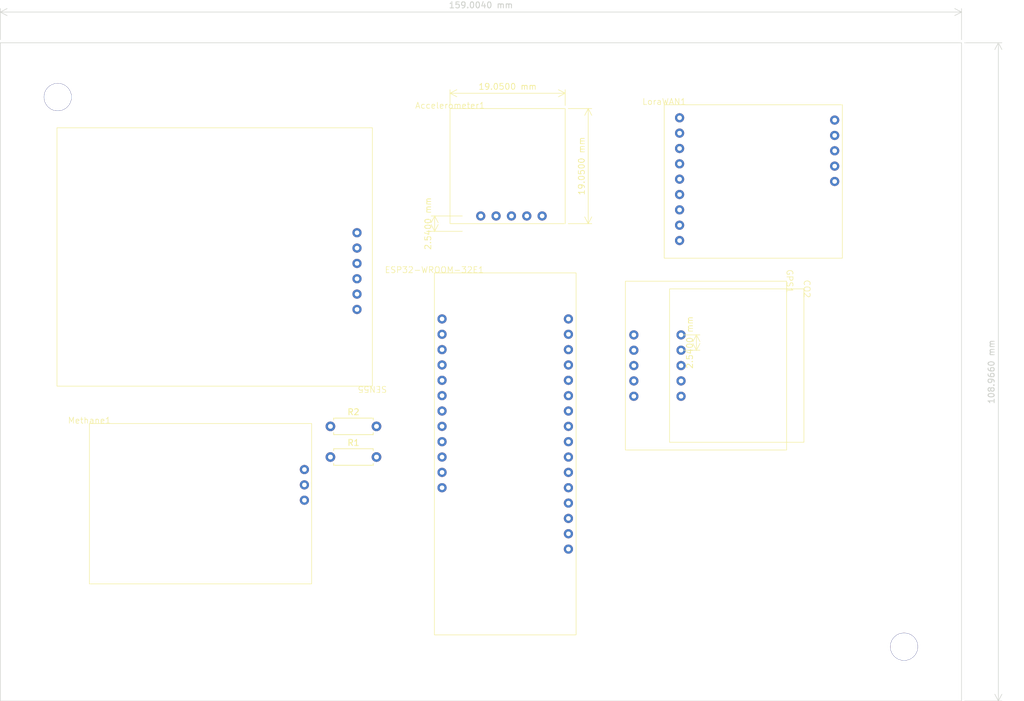
<source format=kicad_pcb>
(kicad_pcb (version 20221018) (generator pcbnew)
  (layers (0 "F.Cu" signal) (31 "B.Cu" signal) (34 "B.Paste" user) (35 "F.Paste" user) (36 "B.SilkS" user "B.Silkscreen") (37 "F.SilkS" user "F.Silkscreen") (38 "B.Mask" user) (39 "F.Mask" user) (44 "Edge.Cuts" user))
  (net 0 "")
  (net 1 "+5V")
  (net 2 "Net-(CO2-SCL)")
  (net 3 "Net-(CO2-SDA)")
  (net 4 "GND")
  (net 7 "Net-(Accelerometer1-Xout)")
  (net 10 "Net-(ESP32-WROOM-32E1-TX)")
  (net 11 "Net-(ESP32-WROOM-32E1-RX)")
  (net 12 "+3.3V")
  (net 14 "Net-(ESP32-WROOM-32E1-SCK)")
  (net 15 "Net-(ESP32-WROOM-32E1-MISO)")
  (net 16 "Net-(ESP32-WROOM-32E1-MOSI)")
  (net 17 "Net-(ESP32-WROOM-32E1-D04)")
  (net 18 "Net-(ESP32-WROOM-32E1-D06)")
  (net 19 "Net-(ESP32-WROOM-32E1-A3)")
  (footprint "Sensors:SEN55" (layer "F.Cu") (at 112.3458 107.6468 180)
    (fp_text reference "SEN55" (at 0 -0.5 180 unlocked) (layer "F.SilkS") (effects (font (thickness 0.1))))
    (fp_text value "~")
    (fp_rect (start 0 0) (end 52.1716 42.7736) (stroke (width 0.1)) (fill none) (layer "F.SilkS"))
    (pad "1" thru_hole circle (at 2.54 12.7 180) (size 1.524 1.524) (drill 0.762) (layers "*.Cu" "*.Mask") (net 1 "+5V"))
    (pad "2" thru_hole circle (at 2.54 15.24 180) (size 1.524 1.524) (drill 0.762) (layers "*.Cu" "*.Mask") (net 4 "GND"))
    (pad "3" thru_hole circle (at 2.54 17.78 180) (size 1.524 1.524) (drill 0.762) (layers "*.Cu" "*.Mask") (net 3 "Net-(CO2-SDA)"))
    (pad "4" thru_hole circle (at 2.54 20.32 180) (size 1.524 1.524) (drill 0.762) (layers "*.Cu" "*.Mask") (net 2 "Net-(CO2-SCL)"))
    (pad "5" thru_hole circle (at 2.54 22.86 180) (size 1.524 1.524) (drill 0.762) (layers "*.Cu" "*.Mask") (net 4 "GND"))
    (pad "6" thru_hole circle (at 2.54 25.4 180) (size 1.524 1.524) (drill 0.762) (layers "*.Cu" "*.Mask"))
  )
  (footprint "Sensors:Methane" (layer "F.Cu") (at 65.5431 113.8285)
    (fp_text reference "Methane1" (at 0 -0.5 unlocked) (layer "F.SilkS") (effects (font (thickness 0.1))))
    (fp_text value "~")
    (fp_rect (start 0 0) (end 36.7538 26.543) (stroke (width 0.1)) (fill none) (layer "F.SilkS"))
    (pad "1" thru_hole circle (at 35.56 7.62) (size 1.524 1.524) (drill 0.762) (layers "*.Cu" "*.Mask") (net 19 "Net-(ESP32-WROOM-32E1-A3)"))
    (pad "2" thru_hole circle (at 35.56 10.16) (size 1.524 1.524) (drill 0.762) (layers "*.Cu" "*.Mask") (net 1 "+5V"))
    (pad "3" thru_hole circle (at 35.56 12.7) (size 1.524 1.524) (drill 0.762) (layers "*.Cu" "*.Mask") (net 4 "GND"))
  )
  (footprint "Resistor_THT:R_Axial_DIN0207_L6.3mm_D2.5mm_P7.62mm_Horizontal" (layer "F.Cu") (at 105.41 119.38)
    (fp_text reference "R1" (at 3.81 -2.37) (layer "F.SilkS"))
    (fp_text value "R")
    (fp_line (start 0.54 -1.37) (end 7.08 -1.37) (stroke (width 0.12)) (layer "F.SilkS"))
    (fp_line (start 0.54 -1.04) (end 0.54 -1.37) (stroke (width 0.12)) (layer "F.SilkS"))
    (fp_line (start 0.54 1.04) (end 0.54 1.37) (stroke (width 0.12)) (layer "F.SilkS"))
    (fp_line (start 0.54 1.37) (end 7.08 1.37) (stroke (width 0.12)) (layer "F.SilkS"))
    (fp_line (start 7.08 -1.37) (end 7.08 -1.04) (stroke (width 0.12)) (layer "F.SilkS"))
    (fp_line (start 7.08 1.37) (end 7.08 1.04) (stroke (width 0.12)) (layer "F.SilkS"))
    (pad "1" thru_hole circle (at 0 0) (size 1.6 1.6) (drill 0.8) (layers "*.Cu" "*.Mask") (net 1 "+5V"))
    (pad "2" thru_hole oval (at 7.62 0) (size 1.6 1.6) (drill 0.8) (layers "*.Cu" "*.Mask") (net 2 "Net-(CO2-SCL)"))
  )
  (footprint "Resistor_THT:R_Axial_DIN0207_L6.3mm_D2.5mm_P7.62mm_Horizontal" (layer "F.Cu") (at 105.41 114.3)
    (fp_text reference "R2" (at 3.81 -2.37) (layer "F.SilkS"))
    (fp_text value "R")
    (fp_line (start 0.54 -1.37) (end 7.08 -1.37) (stroke (width 0.12)) (layer "F.SilkS"))
    (fp_line (start 0.54 -1.04) (end 0.54 -1.37) (stroke (width 0.12)) (layer "F.SilkS"))
    (fp_line (start 0.54 1.04) (end 0.54 1.37) (stroke (width 0.12)) (layer "F.SilkS"))
    (fp_line (start 0.54 1.37) (end 7.08 1.37) (stroke (width 0.12)) (layer "F.SilkS"))
    (fp_line (start 7.08 -1.37) (end 7.08 -1.04) (stroke (width 0.12)) (layer "F.SilkS"))
    (fp_line (start 7.08 1.37) (end 7.08 1.04) (stroke (width 0.12)) (layer "F.SilkS"))
    (pad "1" thru_hole circle (at 0 0) (size 1.6 1.6) (drill 0.8) (layers "*.Cu" "*.Mask") (net 1 "+5V"))
    (pad "2" thru_hole oval (at 7.62 0) (size 1.6 1.6) (drill 0.8) (layers "*.Cu" "*.Mask") (net 3 "Net-(CO2-SDA)"))
  )
  (footprint "Sensors:ESP32" (layer "F.Cu") (at 122.6058 88.9)
    (fp_text reference "ESP32-WROOM-32E1" (at 0 -0.5 unlocked) (layer "F.SilkS") (effects (font (thickness 0.1))))
    (fp_text value "~")
    (fp_rect (start 0 0) (end 23.4442 59.9186) (stroke (width 0.1)) (fill none) (layer "F.SilkS"))
    (pad "1" thru_hole circle (at 1.27 7.62) (size 1.524 1.524) (drill 0.762) (layers "*.Cu" "*.Mask"))
    (pad "2" thru_hole circle (at 1.27 10.16) (size 1.524 1.524) (drill 0.762) (layers "*.Cu" "*.Mask"))
    (pad "3" thru_hole circle (at 1.27 12.7) (size 1.524 1.524) (drill 0.762) (layers "*.Cu" "*.Mask"))
    (pad "4" thru_hole circle (at 1.27 15.24) (size 1.524 1.524) (drill 0.762) (layers "*.Cu" "*.Mask"))
    (pad "5" thru_hole circle (at 1.27 17.78) (size 1.524 1.524) (drill 0.762) (layers "*.Cu" "*.Mask"))
    (pad "6" thru_hole circle (at 1.27 20.32) (size 1.524 1.524) (drill 0.762) (layers "*.Cu" "*.Mask"))
    (pad "7" thru_hole circle (at 1.27 22.86) (size 1.524 1.524) (drill 0.762) (layers "*.Cu" "*.Mask"))
    (pad "8" thru_hole circle (at 1.27 25.4) (size 1.524 1.524) (drill 0.762) (layers "*.Cu" "*.Mask"))
    (pad "9" thru_hole circle (at 1.27 27.94) (size 1.524 1.524) (drill 0.762) (layers "*.Cu" "*.Mask"))
    (pad "10" thru_hole circle (at 1.27 30.48) (size 1.524 1.524) (drill 0.762) (layers "*.Cu" "*.Mask"))
    (pad "11" thru_hole circle (at 1.27 33.02) (size 1.524 1.524) (drill 0.762) (layers "*.Cu" "*.Mask"))
    (pad "12" thru_hole circle (at 1.27 35.56) (size 1.524 1.524) (drill 0.762) (layers "*.Cu" "*.Mask"))
    (pad "19" thru_hole circle (at 22.1742 45.72) (size 1.524 1.524) (drill 0.762) (layers "*.Cu" "*.Mask"))
    (pad "20" thru_hole circle (at 22.1742 43.18) (size 1.524 1.524) (drill 0.762) (layers "*.Cu" "*.Mask"))
    (pad "21" thru_hole circle (at 22.1742 40.64) (size 1.524 1.524) (drill 0.762) (layers "*.Cu" "*.Mask"))
    (pad "22" thru_hole circle (at 22.1742 38.1) (size 1.524 1.524) (drill 0.762) (layers "*.Cu" "*.Mask"))
    (pad "24" thru_hole circle (at 22.1742 35.56) (size 1.524 1.524) (drill 0.762) (layers "*.Cu" "*.Mask"))
    (pad "25" thru_hole circle (at 22.1742 33.02) (size 1.524 1.524) (drill 0.762) (layers "*.Cu" "*.Mask"))
    (pad "26" thru_hole circle (at 22.1742 30.48) (size 1.524 1.524) (drill 0.762) (layers "*.Cu" "*.Mask"))
    (pad "27" thru_hole circle (at 22.1742 27.94) (size 1.524 1.524) (drill 0.762) (layers "*.Cu" "*.Mask"))
    (pad "28" thru_hole circle (at 22.1742 25.4) (size 1.524 1.524) (drill 0.762) (layers "*.Cu" "*.Mask"))
    (pad "29" thru_hole circle (at 22.1742 22.86) (size 1.524 1.524) (drill 0.762) (layers "*.Cu" "*.Mask"))
    (pad "30" thru_hole circle (at 22.1742 20.32) (size 1.524 1.524) (drill 0.762) (layers "*.Cu" "*.Mask"))
    (pad "31" thru_hole circle (at 22.1742 17.78) (size 1.524 1.524) (drill 0.762) (layers "*.Cu" "*.Mask"))
    (pad "32" thru_hole circle (at 22.1742 15.24) (size 1.524 1.524) (drill 0.762) (layers "*.Cu" "*.Mask"))
    (pad "33" thru_hole circle (at 22.1742 12.7) (size 1.524 1.524) (drill 0.762) (layers "*.Cu" "*.Mask"))
    (pad "34" thru_hole circle (at 22.1742 10.16) (size 1.524 1.524) (drill 0.762) (layers "*.Cu" "*.Mask"))
    (pad "35" thru_hole circle (at 22.1742 7.62) (size 1.524 1.524) (drill 0.762) (layers "*.Cu" "*.Mask"))
  )
  (footprint "Sensors:Accelerometer" (layer "F.Cu") (at 125.195 61.695)
    (fp_text reference "Accelerometer1" (at 0 -0.5 unlocked) (layer "F.SilkS") (effects (font (thickness 0.1))))
    (fp_text value "~")
    (fp_rect (start 0 0) (end 19.05 19.05) (stroke (width 0.1)) (fill none) (layer "F.SilkS"))
    (dimension (type aligned) (layer "F.SilkS") (pts (xy 144.245 61.695) (xy 125.195 61.695)) (height 2.539999) (gr_text "0.7500 in" (at 134.72 58.055001) (layer "F.SilkS") (effects (font (size 1 1) (thickness 0.1)))) (format (prefix "") (suffix "") (units 3) (units_format 1) (precision 4)) (style (thickness 0.1) (arrow_length 1.27) (text_position_mode 0) (extension_height 0.58642) (extension_offset 0.5) keep_text_aligned))
    (dimension (type aligned) (layer "F.SilkS") (pts (xy 127.735 79.475) (xy 127.735 82.015)) (height 5.08) (gr_text "0.1000 in" (at 121.555 80.745 90) (layer "F.SilkS") (effects (font (size 1 1) (thickness 0.1)))) (format (prefix "") (suffix "") (units 3) (units_format 1) (precision 4)) (style (thickness 0.1) (arrow_length 1.27) (text_position_mode 0) (extension_height 0.58642) (extension_offset 0.5) keep_text_aligned))
    (dimension (type aligned) (layer "F.SilkS") (pts (xy 144.245 61.695) (xy 144.245 80.745)) (height -3.81) (gr_text "0.7500 in" (at 146.955 71.22 90) (layer "F.SilkS") (effects (font (size 1 1) (thickness 0.1)))) (format (prefix "") (suffix "") (units 3) (units_format 1) (precision 4)) (style (thickness 0.1) (arrow_length 1.27) (text_position_mode 0) (extension_height 0.58642) (extension_offset 0.5) keep_text_aligned))
    (pad "1" thru_hole circle (at 5.08 17.78) (size 1.524 1.524) (drill 0.762) (layers "*.Cu" "*.Mask") (net 1 "+5V"))
    (pad "2" thru_hole circle (at 7.62 17.78) (size 1.524 1.524) (drill 0.762) (layers "*.Cu" "*.Mask") (net 4 "GND"))
    (pad "3" thru_hole circle (at 10.16 17.78) (size 1.524 1.524) (drill 0.762) (layers "*.Cu" "*.Mask"))
    (pad "4" thru_hole circle (at 12.7 17.78) (size 1.524 1.524) (drill 0.762) (layers "*.Cu" "*.Mask"))
    (pad "5" thru_hole circle (at 15.24 17.78) (size 1.524 1.524) (drill 0.762) (layers "*.Cu" "*.Mask") (net 7 "Net-(Accelerometer1-Xout)"))
  )
  (footprint "Sensors:GPS" (layer "F.Cu") (at 180.875 90.27 -90)
    (fp_text reference "GPS1" (at 0 -0.5 -90 unlocked) (layer "F.SilkS") (effects (font (thickness 0.1))))
    (fp_text value "~")
    (fp_rect (start 0 0) (end 27.94 26.67) (stroke (width 0.1)) (fill none) (layer "F.SilkS"))
    (pad "1" thru_hole circle (at 8.89 25.273 270) (size 1.524 1.524) (drill 0.762) (layers "*.Cu" "*.Mask"))
    (pad "2" thru_hole circle (at 11.43 25.273 270) (size 1.524 1.524) (drill 0.762) (layers "*.Cu" "*.Mask") (net 4 "GND"))
    (pad "3" thru_hole circle (at 13.97 25.273 270) (size 1.524 1.524) (drill 0.762) (layers "*.Cu" "*.Mask") (net 10 "Net-(ESP32-WROOM-32E1-TX)"))
    (pad "4" thru_hole circle (at 16.51 25.273 270) (size 1.524 1.524) (drill 0.762) (layers "*.Cu" "*.Mask") (net 11 "Net-(ESP32-WROOM-32E1-RX)"))
    (pad "5" thru_hole circle (at 19.05 25.273 270) (size 1.524 1.524) (drill 0.762) (layers "*.Cu" "*.Mask") (net 12 "+3.3V"))
  )
  (footprint "Sensors:LoraWAN" (layer "F.Cu") (at 160.628 61.06)
    (fp_text reference "LoraWAN1" (at 0 -0.5 unlocked) (layer "F.SilkS") (effects (font (thickness 0.1))))
    (fp_text value "~")
    (fp_rect (start 0 0) (end 29.464 25.4) (stroke (width 0.1)) (fill none) (layer "F.SilkS"))
    (pad "1" thru_hole circle (at 2.54 2.159 270) (size 1.524 1.524) (drill 0.762) (layers "*.Cu" "*.Mask") (net 12 "+3.3V"))
    (pad "2" thru_hole circle (at 2.54 4.699 270) (size 1.524 1.524) (drill 0.762) (layers "*.Cu" "*.Mask") (net 4 "GND"))
    (pad "3" thru_hole circle (at 2.54 7.239 270) (size 1.524 1.524) (drill 0.762) (layers "*.Cu" "*.Mask"))
    (pad "4" thru_hole circle (at 2.54 9.779 270) (size 1.524 1.524) (drill 0.762) (layers "*.Cu" "*.Mask") (net 14 "Net-(ESP32-WROOM-32E1-SCK)"))
    (pad "5" thru_hole circle (at 2.54 12.319 270) (size 1.524 1.524) (drill 0.762) (layers "*.Cu" "*.Mask") (net 15 "Net-(ESP32-WROOM-32E1-MISO)"))
    (pad "6" thru_hole circle (at 2.54 14.859 270) (size 1.524 1.524) (drill 0.762) (layers "*.Cu" "*.Mask") (net 16 "Net-(ESP32-WROOM-32E1-MOSI)"))
    (pad "7" thru_hole circle (at 2.54 17.399 270) (size 1.524 1.524) (drill 0.762) (layers "*.Cu" "*.Mask") (net 17 "Net-(ESP32-WROOM-32E1-D04)"))
    (pad "8" thru_hole circle (at 2.54 19.939 270) (size 1.524 1.524) (drill 0.762) (layers "*.Cu" "*.Mask") (net 18 "Net-(ESP32-WROOM-32E1-D06)"))
    (pad "9" thru_hole circle (at 2.54 22.479 270) (size 1.524 1.524) (drill 0.762) (layers "*.Cu" "*.Mask"))
    (pad "10" thru_hole circle (at 28.194 12.7 90) (size 1.524 1.524) (drill 0.762) (layers "*.Cu" "*.Mask"))
    (pad "11" thru_hole circle (at 28.194 10.16 90) (size 1.524 1.524) (drill 0.762) (layers "*.Cu" "*.Mask"))
    (pad "12" thru_hole circle (at 28.194 7.62 90) (size 1.524 1.524) (drill 0.762) (layers "*.Cu" "*.Mask"))
    (pad "13" thru_hole circle (at 28.194 5.08 90) (size 1.524 1.524) (drill 0.762) (layers "*.Cu" "*.Mask"))
    (pad "14" thru_hole circle (at 28.194 2.54 90) (size 1.524 1.524) (drill 0.762) (layers "*.Cu" "*.Mask"))
  )
  (footprint "Sensors:CO2" (layer "F.Cu") (at 183.7325 91.54 -90)
    (fp_text reference "CO2" (at 0 -0.5 -90 unlocked) (layer "F.SilkS") (effects (font (thickness 0.1))))
    (fp_text value "~")
    (fp_rect (start 0 0) (end 25.4 22.225) (stroke (width 0.1)) (fill none) (layer "F.SilkS"))
    (dimension (type aligned) (layer "F.SilkS") (pts (xy 163.4125 99.16) (xy 163.4125 101.7)) (height -2.54) (gr_text "0.1000 in" (at 164.8525 100.43 90) (layer "F.SilkS") (effects (font (size 1 1) (thickness 0.1)))) (format (prefix "") (suffix "") (units 3) (units_format 1) (precision 4)) (style (thickness 0.1) (arrow_length 1.27) (text_position_mode 0) (extension_height 0.58642) (extension_offset 0.5) keep_text_aligned))
    (pad "1" thru_hole circle (at 7.62 20.32 270) (size 1.524 1.524) (drill 0.762) (layers "*.Cu" "*.Mask") (net 1 "+5V"))
    (pad "2" thru_hole circle (at 10.16 20.32 270) (size 1.524 1.524) (drill 0.762) (layers "*.Cu" "*.Mask"))
    (pad "3" thru_hole circle (at 12.7 20.32 270) (size 1.524 1.524) (drill 0.762) (layers "*.Cu" "*.Mask") (net 4 "GND"))
    (pad "4" thru_hole circle (at 15.24 20.32 270) (size 1.524 1.524) (drill 0.762) (layers "*.Cu" "*.Mask") (net 2 "Net-(CO2-SCL)"))
    (pad "5" thru_hole circle (at 17.78 20.32 270) (size 1.524 1.524) (drill 0.762) (layers "*.Cu" "*.Mask") (net 3 "Net-(CO2-SDA)"))
  )
  (gr_rect (start 50.8 50.8) (end 209.804 159.766) (stroke (width 0.1)) (fill none) (layer "Edge.Cuts"))
  (dimension (type aligned) (layer "Edge.Cuts") (pts (xy 209.804 50.8) (xy 50.8 50.8)) (height 5.079999) (gr_text "6.2600 in" (at 130.302 44.570001) (layer "Edge.Cuts") (effects (font (size 1 1) (thickness 0.15)))) (format (prefix "") (suffix "") (units 3) (units_format 1) (precision 4)) (style (thickness 0.1) (arrow_length 1.27) (text_position_mode 0) (extension_height 0.58642) (extension_offset 0.5) keep_text_aligned))
  (dimension (type aligned) (layer "Edge.Cuts") (pts (xy 209.804 50.8) (xy 209.804 159.766)) (height -6.096) (gr_text "4.2900 in" (at 214.75 105.283 90) (layer "Edge.Cuts") (effects (font (size 1 1) (thickness 0.15)))) (format (prefix "") (suffix "") (units 3) (units_format 1) (precision 4)) (style (thickness 0.1) (arrow_length 1.27) (text_position_mode 0) (extension_height 0.58642) (extension_offset 0.5) keep_text_aligned))
  (via (at 60.2996 59.7916) (size 4.572) (drill 4.4958) (layers "F.Cu" "B.Cu") (net 0))
  (via (at 200.3044 150.7744) (size 4.572) (drill 4.4958) (layers "F.Cu" "B.Cu") (net 0))
)
</source>
